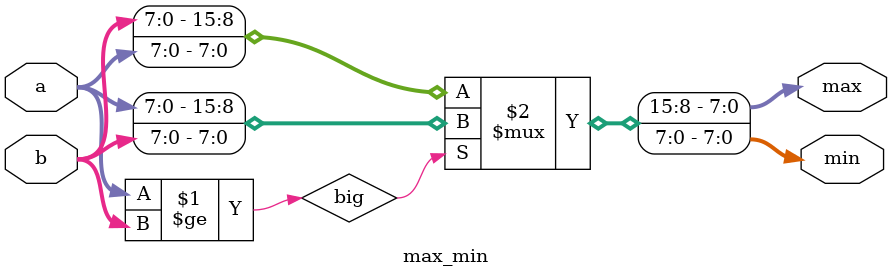
<source format=v>

module max_min # (
    parameter width = 8
) (
    input  [width-1:0] a,
    input  [width-1:0] b,

    output [width-1:0] max,
    output [width-1:0] min
);

    wire big = a >= b;
    assign {max, min} = big ? {a, b} : {b, a};
    
endmodule
</source>
